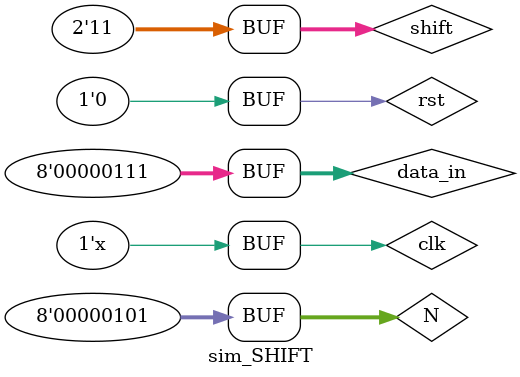
<source format=sv>
`timescale 1ns / 1ps


module sim_SHIFT( );


    logic clk, rst;
    logic [1:0] shift;
    
    logic  [7:0] N;
    logic  [7:0] data_in;
    
    
    logic [7:0] C0, C1,C2;
    
    //CELDA 0
    CELDA   #(.ic(0), .top_row(1))
            
            cell0(
                    .clk(clk),
                    .reset(rst),
                    
                    .shift(shift),
                    
                    .NO(1),
                    .N(N),
                    .NE(1),
                    
                    .O(data_in), // data from uart rx                   
                    .E(1),
                    
                    .SO(1),
                    .S(1),
                    .SE(1),
                    
                    .SELF(C0),
                    .cell_state(C0)                      
                );
                
            

        //CELDA 1
    CELDA   #(.ic(0), .top_row(1))
            
            cell1(
                    .clk(clk),
                    .reset(rst),
                    
                    .shift(shift),
                    
                    .NO(0),
                    .N(N),
                    .NE(0),
                    
                    .O(C0), //left cell              
                    .E(0),
                    
                    .SO(0),
                    .S(0),
                    .SE(0),
                    
                    .SELF(C1),
                    .cell_state(C1)                      
                );
                
       
    
        //CELDA 2
    CELDA   #(.ic(0), .top_row(1))
            
            cell2(
                    .clk(clk),
                    .reset(rst),
                    
                    .shift(shift),
                    
                    .NO(0),
                    .N(N),
                    .NE(0),
                    
                    .O(C1), // left cell                 
                    .E(0),
                    
                    .SO(0),
                    .S(0),
                    .SE(0),
                    
                    .SELF(C2),
                    .cell_state(C2)                      
                );
      
    always #1 clk = ~clk;
    
    initial begin
        clk = 1;
        rst = 1;
        shift = 0;
        
        data_in = 'd3;
        N = 'd5;
        
        #5
        rst = 0;
        
        
        #5 
        shift = 1;
        #2
        shift = 'd3;
        
        data_in = 'd5;
        
        #5
        shift = 'd1;
        #2
        shift = 'd3;
        
        data_in = 'd7;
        #5 
        shift = 'd1;
        #2
        shift = 'd3;
    end

endmodule

</source>
